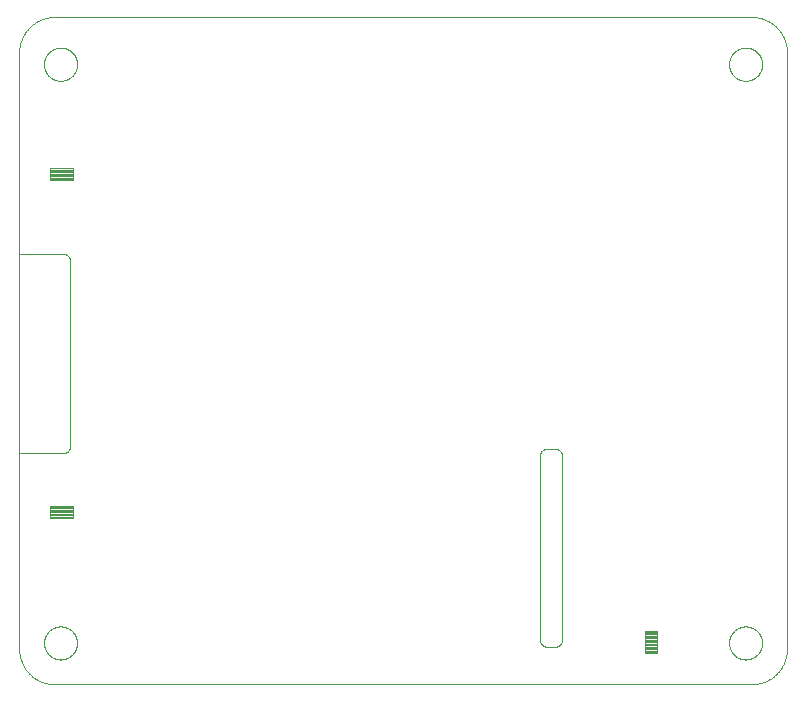
<source format=gbp>
G75*
%MOIN*%
%OFA0B0*%
%FSLAX25Y25*%
%IPPOS*%
%LPD*%
%AMOC8*
5,1,8,0,0,1.08239X$1,22.5*
%
%ADD10C,0.00000*%
%ADD11C,0.00450*%
D10*
X0067595Y0040744D02*
X0067595Y0239563D01*
X0067598Y0239848D01*
X0067609Y0240134D01*
X0067626Y0240419D01*
X0067650Y0240703D01*
X0067681Y0240987D01*
X0067719Y0241270D01*
X0067764Y0241551D01*
X0067815Y0241832D01*
X0067873Y0242112D01*
X0067938Y0242390D01*
X0068010Y0242666D01*
X0068088Y0242940D01*
X0068173Y0243213D01*
X0068265Y0243483D01*
X0068363Y0243751D01*
X0068467Y0244017D01*
X0068578Y0244280D01*
X0068695Y0244540D01*
X0068818Y0244798D01*
X0068948Y0245052D01*
X0069084Y0245303D01*
X0069225Y0245551D01*
X0069373Y0245795D01*
X0069526Y0246036D01*
X0069686Y0246272D01*
X0069851Y0246505D01*
X0070021Y0246734D01*
X0070197Y0246959D01*
X0070379Y0247179D01*
X0070565Y0247395D01*
X0070757Y0247606D01*
X0070954Y0247813D01*
X0071156Y0248015D01*
X0071363Y0248212D01*
X0071574Y0248404D01*
X0071790Y0248590D01*
X0072010Y0248772D01*
X0072235Y0248948D01*
X0072464Y0249118D01*
X0072697Y0249283D01*
X0072933Y0249443D01*
X0073174Y0249596D01*
X0073418Y0249744D01*
X0073666Y0249885D01*
X0073917Y0250021D01*
X0074171Y0250151D01*
X0074429Y0250274D01*
X0074689Y0250391D01*
X0074952Y0250502D01*
X0075218Y0250606D01*
X0075486Y0250704D01*
X0075756Y0250796D01*
X0076029Y0250881D01*
X0076303Y0250959D01*
X0076579Y0251031D01*
X0076857Y0251096D01*
X0077137Y0251154D01*
X0077418Y0251205D01*
X0077699Y0251250D01*
X0077982Y0251288D01*
X0078266Y0251319D01*
X0078550Y0251343D01*
X0078835Y0251360D01*
X0079121Y0251371D01*
X0079406Y0251374D01*
X0311690Y0251374D01*
X0311975Y0251371D01*
X0312261Y0251360D01*
X0312546Y0251343D01*
X0312830Y0251319D01*
X0313114Y0251288D01*
X0313397Y0251250D01*
X0313678Y0251205D01*
X0313959Y0251154D01*
X0314239Y0251096D01*
X0314517Y0251031D01*
X0314793Y0250959D01*
X0315067Y0250881D01*
X0315340Y0250796D01*
X0315610Y0250704D01*
X0315878Y0250606D01*
X0316144Y0250502D01*
X0316407Y0250391D01*
X0316667Y0250274D01*
X0316925Y0250151D01*
X0317179Y0250021D01*
X0317430Y0249885D01*
X0317678Y0249744D01*
X0317922Y0249596D01*
X0318163Y0249443D01*
X0318399Y0249283D01*
X0318632Y0249118D01*
X0318861Y0248948D01*
X0319086Y0248772D01*
X0319306Y0248590D01*
X0319522Y0248404D01*
X0319733Y0248212D01*
X0319940Y0248015D01*
X0320142Y0247813D01*
X0320339Y0247606D01*
X0320531Y0247395D01*
X0320717Y0247179D01*
X0320899Y0246959D01*
X0321075Y0246734D01*
X0321245Y0246505D01*
X0321410Y0246272D01*
X0321570Y0246036D01*
X0321723Y0245795D01*
X0321871Y0245551D01*
X0322012Y0245303D01*
X0322148Y0245052D01*
X0322278Y0244798D01*
X0322401Y0244540D01*
X0322518Y0244280D01*
X0322629Y0244017D01*
X0322733Y0243751D01*
X0322831Y0243483D01*
X0322923Y0243213D01*
X0323008Y0242940D01*
X0323086Y0242666D01*
X0323158Y0242390D01*
X0323223Y0242112D01*
X0323281Y0241832D01*
X0323332Y0241551D01*
X0323377Y0241270D01*
X0323415Y0240987D01*
X0323446Y0240703D01*
X0323470Y0240419D01*
X0323487Y0240134D01*
X0323498Y0239848D01*
X0323501Y0239563D01*
X0323501Y0040744D01*
X0323498Y0040459D01*
X0323487Y0040173D01*
X0323470Y0039888D01*
X0323446Y0039604D01*
X0323415Y0039320D01*
X0323377Y0039037D01*
X0323332Y0038756D01*
X0323281Y0038475D01*
X0323223Y0038195D01*
X0323158Y0037917D01*
X0323086Y0037641D01*
X0323008Y0037367D01*
X0322923Y0037094D01*
X0322831Y0036824D01*
X0322733Y0036556D01*
X0322629Y0036290D01*
X0322518Y0036027D01*
X0322401Y0035767D01*
X0322278Y0035509D01*
X0322148Y0035255D01*
X0322012Y0035004D01*
X0321871Y0034756D01*
X0321723Y0034512D01*
X0321570Y0034271D01*
X0321410Y0034035D01*
X0321245Y0033802D01*
X0321075Y0033573D01*
X0320899Y0033348D01*
X0320717Y0033128D01*
X0320531Y0032912D01*
X0320339Y0032701D01*
X0320142Y0032494D01*
X0319940Y0032292D01*
X0319733Y0032095D01*
X0319522Y0031903D01*
X0319306Y0031717D01*
X0319086Y0031535D01*
X0318861Y0031359D01*
X0318632Y0031189D01*
X0318399Y0031024D01*
X0318163Y0030864D01*
X0317922Y0030711D01*
X0317678Y0030563D01*
X0317430Y0030422D01*
X0317179Y0030286D01*
X0316925Y0030156D01*
X0316667Y0030033D01*
X0316407Y0029916D01*
X0316144Y0029805D01*
X0315878Y0029701D01*
X0315610Y0029603D01*
X0315340Y0029511D01*
X0315067Y0029426D01*
X0314793Y0029348D01*
X0314517Y0029276D01*
X0314239Y0029211D01*
X0313959Y0029153D01*
X0313678Y0029102D01*
X0313397Y0029057D01*
X0313114Y0029019D01*
X0312830Y0028988D01*
X0312546Y0028964D01*
X0312261Y0028947D01*
X0311975Y0028936D01*
X0311690Y0028933D01*
X0079406Y0028933D01*
X0079121Y0028936D01*
X0078835Y0028947D01*
X0078550Y0028964D01*
X0078266Y0028988D01*
X0077982Y0029019D01*
X0077699Y0029057D01*
X0077418Y0029102D01*
X0077137Y0029153D01*
X0076857Y0029211D01*
X0076579Y0029276D01*
X0076303Y0029348D01*
X0076029Y0029426D01*
X0075756Y0029511D01*
X0075486Y0029603D01*
X0075218Y0029701D01*
X0074952Y0029805D01*
X0074689Y0029916D01*
X0074429Y0030033D01*
X0074171Y0030156D01*
X0073917Y0030286D01*
X0073666Y0030422D01*
X0073418Y0030563D01*
X0073174Y0030711D01*
X0072933Y0030864D01*
X0072697Y0031024D01*
X0072464Y0031189D01*
X0072235Y0031359D01*
X0072010Y0031535D01*
X0071790Y0031717D01*
X0071574Y0031903D01*
X0071363Y0032095D01*
X0071156Y0032292D01*
X0070954Y0032494D01*
X0070757Y0032701D01*
X0070565Y0032912D01*
X0070379Y0033128D01*
X0070197Y0033348D01*
X0070021Y0033573D01*
X0069851Y0033802D01*
X0069686Y0034035D01*
X0069526Y0034271D01*
X0069373Y0034512D01*
X0069225Y0034756D01*
X0069084Y0035004D01*
X0068948Y0035255D01*
X0068818Y0035509D01*
X0068695Y0035767D01*
X0068578Y0036027D01*
X0068467Y0036290D01*
X0068363Y0036556D01*
X0068265Y0036824D01*
X0068173Y0037094D01*
X0068088Y0037367D01*
X0068010Y0037641D01*
X0067938Y0037917D01*
X0067873Y0038195D01*
X0067815Y0038475D01*
X0067764Y0038756D01*
X0067719Y0039037D01*
X0067681Y0039320D01*
X0067650Y0039604D01*
X0067626Y0039888D01*
X0067609Y0040173D01*
X0067598Y0040459D01*
X0067595Y0040744D01*
X0075863Y0042713D02*
X0075865Y0042861D01*
X0075871Y0043009D01*
X0075881Y0043157D01*
X0075895Y0043304D01*
X0075913Y0043451D01*
X0075934Y0043597D01*
X0075960Y0043743D01*
X0075990Y0043888D01*
X0076023Y0044032D01*
X0076061Y0044175D01*
X0076102Y0044317D01*
X0076147Y0044458D01*
X0076195Y0044598D01*
X0076248Y0044737D01*
X0076304Y0044874D01*
X0076364Y0045009D01*
X0076427Y0045143D01*
X0076494Y0045275D01*
X0076565Y0045405D01*
X0076639Y0045533D01*
X0076716Y0045659D01*
X0076797Y0045783D01*
X0076881Y0045905D01*
X0076968Y0046024D01*
X0077059Y0046141D01*
X0077153Y0046256D01*
X0077249Y0046368D01*
X0077349Y0046478D01*
X0077451Y0046584D01*
X0077557Y0046688D01*
X0077665Y0046789D01*
X0077776Y0046887D01*
X0077889Y0046983D01*
X0078005Y0047075D01*
X0078123Y0047164D01*
X0078244Y0047249D01*
X0078367Y0047332D01*
X0078492Y0047411D01*
X0078619Y0047487D01*
X0078748Y0047559D01*
X0078879Y0047628D01*
X0079012Y0047693D01*
X0079147Y0047754D01*
X0079283Y0047812D01*
X0079420Y0047867D01*
X0079559Y0047917D01*
X0079700Y0047964D01*
X0079841Y0048007D01*
X0079984Y0048047D01*
X0080128Y0048082D01*
X0080272Y0048114D01*
X0080418Y0048141D01*
X0080564Y0048165D01*
X0080711Y0048185D01*
X0080858Y0048201D01*
X0081005Y0048213D01*
X0081153Y0048221D01*
X0081301Y0048225D01*
X0081449Y0048225D01*
X0081597Y0048221D01*
X0081745Y0048213D01*
X0081892Y0048201D01*
X0082039Y0048185D01*
X0082186Y0048165D01*
X0082332Y0048141D01*
X0082478Y0048114D01*
X0082622Y0048082D01*
X0082766Y0048047D01*
X0082909Y0048007D01*
X0083050Y0047964D01*
X0083191Y0047917D01*
X0083330Y0047867D01*
X0083467Y0047812D01*
X0083603Y0047754D01*
X0083738Y0047693D01*
X0083871Y0047628D01*
X0084002Y0047559D01*
X0084131Y0047487D01*
X0084258Y0047411D01*
X0084383Y0047332D01*
X0084506Y0047249D01*
X0084627Y0047164D01*
X0084745Y0047075D01*
X0084861Y0046983D01*
X0084974Y0046887D01*
X0085085Y0046789D01*
X0085193Y0046688D01*
X0085299Y0046584D01*
X0085401Y0046478D01*
X0085501Y0046368D01*
X0085597Y0046256D01*
X0085691Y0046141D01*
X0085782Y0046024D01*
X0085869Y0045905D01*
X0085953Y0045783D01*
X0086034Y0045659D01*
X0086111Y0045533D01*
X0086185Y0045405D01*
X0086256Y0045275D01*
X0086323Y0045143D01*
X0086386Y0045009D01*
X0086446Y0044874D01*
X0086502Y0044737D01*
X0086555Y0044598D01*
X0086603Y0044458D01*
X0086648Y0044317D01*
X0086689Y0044175D01*
X0086727Y0044032D01*
X0086760Y0043888D01*
X0086790Y0043743D01*
X0086816Y0043597D01*
X0086837Y0043451D01*
X0086855Y0043304D01*
X0086869Y0043157D01*
X0086879Y0043009D01*
X0086885Y0042861D01*
X0086887Y0042713D01*
X0086885Y0042565D01*
X0086879Y0042417D01*
X0086869Y0042269D01*
X0086855Y0042122D01*
X0086837Y0041975D01*
X0086816Y0041829D01*
X0086790Y0041683D01*
X0086760Y0041538D01*
X0086727Y0041394D01*
X0086689Y0041251D01*
X0086648Y0041109D01*
X0086603Y0040968D01*
X0086555Y0040828D01*
X0086502Y0040689D01*
X0086446Y0040552D01*
X0086386Y0040417D01*
X0086323Y0040283D01*
X0086256Y0040151D01*
X0086185Y0040021D01*
X0086111Y0039893D01*
X0086034Y0039767D01*
X0085953Y0039643D01*
X0085869Y0039521D01*
X0085782Y0039402D01*
X0085691Y0039285D01*
X0085597Y0039170D01*
X0085501Y0039058D01*
X0085401Y0038948D01*
X0085299Y0038842D01*
X0085193Y0038738D01*
X0085085Y0038637D01*
X0084974Y0038539D01*
X0084861Y0038443D01*
X0084745Y0038351D01*
X0084627Y0038262D01*
X0084506Y0038177D01*
X0084383Y0038094D01*
X0084258Y0038015D01*
X0084131Y0037939D01*
X0084002Y0037867D01*
X0083871Y0037798D01*
X0083738Y0037733D01*
X0083603Y0037672D01*
X0083467Y0037614D01*
X0083330Y0037559D01*
X0083191Y0037509D01*
X0083050Y0037462D01*
X0082909Y0037419D01*
X0082766Y0037379D01*
X0082622Y0037344D01*
X0082478Y0037312D01*
X0082332Y0037285D01*
X0082186Y0037261D01*
X0082039Y0037241D01*
X0081892Y0037225D01*
X0081745Y0037213D01*
X0081597Y0037205D01*
X0081449Y0037201D01*
X0081301Y0037201D01*
X0081153Y0037205D01*
X0081005Y0037213D01*
X0080858Y0037225D01*
X0080711Y0037241D01*
X0080564Y0037261D01*
X0080418Y0037285D01*
X0080272Y0037312D01*
X0080128Y0037344D01*
X0079984Y0037379D01*
X0079841Y0037419D01*
X0079700Y0037462D01*
X0079559Y0037509D01*
X0079420Y0037559D01*
X0079283Y0037614D01*
X0079147Y0037672D01*
X0079012Y0037733D01*
X0078879Y0037798D01*
X0078748Y0037867D01*
X0078619Y0037939D01*
X0078492Y0038015D01*
X0078367Y0038094D01*
X0078244Y0038177D01*
X0078123Y0038262D01*
X0078005Y0038351D01*
X0077889Y0038443D01*
X0077776Y0038539D01*
X0077665Y0038637D01*
X0077557Y0038738D01*
X0077451Y0038842D01*
X0077349Y0038948D01*
X0077249Y0039058D01*
X0077153Y0039170D01*
X0077059Y0039285D01*
X0076968Y0039402D01*
X0076881Y0039521D01*
X0076797Y0039643D01*
X0076716Y0039767D01*
X0076639Y0039893D01*
X0076565Y0040021D01*
X0076494Y0040151D01*
X0076427Y0040283D01*
X0076364Y0040417D01*
X0076304Y0040552D01*
X0076248Y0040689D01*
X0076195Y0040828D01*
X0076147Y0040968D01*
X0076102Y0041109D01*
X0076061Y0041251D01*
X0076023Y0041394D01*
X0075990Y0041538D01*
X0075960Y0041683D01*
X0075934Y0041829D01*
X0075913Y0041975D01*
X0075895Y0042122D01*
X0075881Y0042269D01*
X0075871Y0042417D01*
X0075865Y0042565D01*
X0075863Y0042713D01*
X0082095Y0105933D02*
X0067595Y0105933D01*
X0067595Y0106433D01*
X0082095Y0105933D02*
X0082193Y0105935D01*
X0082291Y0105941D01*
X0082389Y0105950D01*
X0082486Y0105964D01*
X0082583Y0105981D01*
X0082679Y0106002D01*
X0082774Y0106027D01*
X0082868Y0106055D01*
X0082960Y0106088D01*
X0083052Y0106123D01*
X0083142Y0106163D01*
X0083230Y0106205D01*
X0083317Y0106252D01*
X0083401Y0106301D01*
X0083484Y0106354D01*
X0083564Y0106410D01*
X0083643Y0106470D01*
X0083719Y0106532D01*
X0083792Y0106597D01*
X0083863Y0106665D01*
X0083931Y0106736D01*
X0083996Y0106809D01*
X0084058Y0106885D01*
X0084118Y0106964D01*
X0084174Y0107044D01*
X0084227Y0107127D01*
X0084276Y0107211D01*
X0084323Y0107298D01*
X0084365Y0107386D01*
X0084405Y0107476D01*
X0084440Y0107568D01*
X0084473Y0107660D01*
X0084501Y0107754D01*
X0084526Y0107849D01*
X0084547Y0107945D01*
X0084564Y0108042D01*
X0084578Y0108139D01*
X0084587Y0108237D01*
X0084593Y0108335D01*
X0084595Y0108433D01*
X0084595Y0169933D01*
X0084593Y0170031D01*
X0084587Y0170129D01*
X0084578Y0170227D01*
X0084564Y0170324D01*
X0084547Y0170421D01*
X0084526Y0170517D01*
X0084501Y0170612D01*
X0084473Y0170706D01*
X0084440Y0170798D01*
X0084405Y0170890D01*
X0084365Y0170980D01*
X0084323Y0171068D01*
X0084276Y0171155D01*
X0084227Y0171239D01*
X0084174Y0171322D01*
X0084118Y0171402D01*
X0084058Y0171481D01*
X0083996Y0171557D01*
X0083931Y0171630D01*
X0083863Y0171701D01*
X0083792Y0171769D01*
X0083719Y0171834D01*
X0083643Y0171896D01*
X0083564Y0171956D01*
X0083484Y0172012D01*
X0083401Y0172065D01*
X0083317Y0172114D01*
X0083230Y0172161D01*
X0083142Y0172203D01*
X0083052Y0172243D01*
X0082960Y0172278D01*
X0082868Y0172311D01*
X0082774Y0172339D01*
X0082679Y0172364D01*
X0082583Y0172385D01*
X0082486Y0172402D01*
X0082389Y0172416D01*
X0082291Y0172425D01*
X0082193Y0172431D01*
X0082095Y0172433D01*
X0067595Y0172433D01*
X0075863Y0235626D02*
X0075865Y0235774D01*
X0075871Y0235922D01*
X0075881Y0236070D01*
X0075895Y0236217D01*
X0075913Y0236364D01*
X0075934Y0236510D01*
X0075960Y0236656D01*
X0075990Y0236801D01*
X0076023Y0236945D01*
X0076061Y0237088D01*
X0076102Y0237230D01*
X0076147Y0237371D01*
X0076195Y0237511D01*
X0076248Y0237650D01*
X0076304Y0237787D01*
X0076364Y0237922D01*
X0076427Y0238056D01*
X0076494Y0238188D01*
X0076565Y0238318D01*
X0076639Y0238446D01*
X0076716Y0238572D01*
X0076797Y0238696D01*
X0076881Y0238818D01*
X0076968Y0238937D01*
X0077059Y0239054D01*
X0077153Y0239169D01*
X0077249Y0239281D01*
X0077349Y0239391D01*
X0077451Y0239497D01*
X0077557Y0239601D01*
X0077665Y0239702D01*
X0077776Y0239800D01*
X0077889Y0239896D01*
X0078005Y0239988D01*
X0078123Y0240077D01*
X0078244Y0240162D01*
X0078367Y0240245D01*
X0078492Y0240324D01*
X0078619Y0240400D01*
X0078748Y0240472D01*
X0078879Y0240541D01*
X0079012Y0240606D01*
X0079147Y0240667D01*
X0079283Y0240725D01*
X0079420Y0240780D01*
X0079559Y0240830D01*
X0079700Y0240877D01*
X0079841Y0240920D01*
X0079984Y0240960D01*
X0080128Y0240995D01*
X0080272Y0241027D01*
X0080418Y0241054D01*
X0080564Y0241078D01*
X0080711Y0241098D01*
X0080858Y0241114D01*
X0081005Y0241126D01*
X0081153Y0241134D01*
X0081301Y0241138D01*
X0081449Y0241138D01*
X0081597Y0241134D01*
X0081745Y0241126D01*
X0081892Y0241114D01*
X0082039Y0241098D01*
X0082186Y0241078D01*
X0082332Y0241054D01*
X0082478Y0241027D01*
X0082622Y0240995D01*
X0082766Y0240960D01*
X0082909Y0240920D01*
X0083050Y0240877D01*
X0083191Y0240830D01*
X0083330Y0240780D01*
X0083467Y0240725D01*
X0083603Y0240667D01*
X0083738Y0240606D01*
X0083871Y0240541D01*
X0084002Y0240472D01*
X0084131Y0240400D01*
X0084258Y0240324D01*
X0084383Y0240245D01*
X0084506Y0240162D01*
X0084627Y0240077D01*
X0084745Y0239988D01*
X0084861Y0239896D01*
X0084974Y0239800D01*
X0085085Y0239702D01*
X0085193Y0239601D01*
X0085299Y0239497D01*
X0085401Y0239391D01*
X0085501Y0239281D01*
X0085597Y0239169D01*
X0085691Y0239054D01*
X0085782Y0238937D01*
X0085869Y0238818D01*
X0085953Y0238696D01*
X0086034Y0238572D01*
X0086111Y0238446D01*
X0086185Y0238318D01*
X0086256Y0238188D01*
X0086323Y0238056D01*
X0086386Y0237922D01*
X0086446Y0237787D01*
X0086502Y0237650D01*
X0086555Y0237511D01*
X0086603Y0237371D01*
X0086648Y0237230D01*
X0086689Y0237088D01*
X0086727Y0236945D01*
X0086760Y0236801D01*
X0086790Y0236656D01*
X0086816Y0236510D01*
X0086837Y0236364D01*
X0086855Y0236217D01*
X0086869Y0236070D01*
X0086879Y0235922D01*
X0086885Y0235774D01*
X0086887Y0235626D01*
X0086885Y0235478D01*
X0086879Y0235330D01*
X0086869Y0235182D01*
X0086855Y0235035D01*
X0086837Y0234888D01*
X0086816Y0234742D01*
X0086790Y0234596D01*
X0086760Y0234451D01*
X0086727Y0234307D01*
X0086689Y0234164D01*
X0086648Y0234022D01*
X0086603Y0233881D01*
X0086555Y0233741D01*
X0086502Y0233602D01*
X0086446Y0233465D01*
X0086386Y0233330D01*
X0086323Y0233196D01*
X0086256Y0233064D01*
X0086185Y0232934D01*
X0086111Y0232806D01*
X0086034Y0232680D01*
X0085953Y0232556D01*
X0085869Y0232434D01*
X0085782Y0232315D01*
X0085691Y0232198D01*
X0085597Y0232083D01*
X0085501Y0231971D01*
X0085401Y0231861D01*
X0085299Y0231755D01*
X0085193Y0231651D01*
X0085085Y0231550D01*
X0084974Y0231452D01*
X0084861Y0231356D01*
X0084745Y0231264D01*
X0084627Y0231175D01*
X0084506Y0231090D01*
X0084383Y0231007D01*
X0084258Y0230928D01*
X0084131Y0230852D01*
X0084002Y0230780D01*
X0083871Y0230711D01*
X0083738Y0230646D01*
X0083603Y0230585D01*
X0083467Y0230527D01*
X0083330Y0230472D01*
X0083191Y0230422D01*
X0083050Y0230375D01*
X0082909Y0230332D01*
X0082766Y0230292D01*
X0082622Y0230257D01*
X0082478Y0230225D01*
X0082332Y0230198D01*
X0082186Y0230174D01*
X0082039Y0230154D01*
X0081892Y0230138D01*
X0081745Y0230126D01*
X0081597Y0230118D01*
X0081449Y0230114D01*
X0081301Y0230114D01*
X0081153Y0230118D01*
X0081005Y0230126D01*
X0080858Y0230138D01*
X0080711Y0230154D01*
X0080564Y0230174D01*
X0080418Y0230198D01*
X0080272Y0230225D01*
X0080128Y0230257D01*
X0079984Y0230292D01*
X0079841Y0230332D01*
X0079700Y0230375D01*
X0079559Y0230422D01*
X0079420Y0230472D01*
X0079283Y0230527D01*
X0079147Y0230585D01*
X0079012Y0230646D01*
X0078879Y0230711D01*
X0078748Y0230780D01*
X0078619Y0230852D01*
X0078492Y0230928D01*
X0078367Y0231007D01*
X0078244Y0231090D01*
X0078123Y0231175D01*
X0078005Y0231264D01*
X0077889Y0231356D01*
X0077776Y0231452D01*
X0077665Y0231550D01*
X0077557Y0231651D01*
X0077451Y0231755D01*
X0077349Y0231861D01*
X0077249Y0231971D01*
X0077153Y0232083D01*
X0077059Y0232198D01*
X0076968Y0232315D01*
X0076881Y0232434D01*
X0076797Y0232556D01*
X0076716Y0232680D01*
X0076639Y0232806D01*
X0076565Y0232934D01*
X0076494Y0233064D01*
X0076427Y0233196D01*
X0076364Y0233330D01*
X0076304Y0233465D01*
X0076248Y0233602D01*
X0076195Y0233741D01*
X0076147Y0233881D01*
X0076102Y0234022D01*
X0076061Y0234164D01*
X0076023Y0234307D01*
X0075990Y0234451D01*
X0075960Y0234596D01*
X0075934Y0234742D01*
X0075913Y0234888D01*
X0075895Y0235035D01*
X0075881Y0235182D01*
X0075871Y0235330D01*
X0075865Y0235478D01*
X0075863Y0235626D01*
X0241095Y0104933D02*
X0241095Y0043933D01*
X0241097Y0043835D01*
X0241103Y0043737D01*
X0241112Y0043639D01*
X0241126Y0043542D01*
X0241143Y0043445D01*
X0241164Y0043349D01*
X0241189Y0043254D01*
X0241217Y0043160D01*
X0241250Y0043068D01*
X0241285Y0042976D01*
X0241325Y0042886D01*
X0241367Y0042798D01*
X0241414Y0042711D01*
X0241463Y0042627D01*
X0241516Y0042544D01*
X0241572Y0042464D01*
X0241632Y0042385D01*
X0241694Y0042309D01*
X0241759Y0042236D01*
X0241827Y0042165D01*
X0241898Y0042097D01*
X0241971Y0042032D01*
X0242047Y0041970D01*
X0242126Y0041910D01*
X0242206Y0041854D01*
X0242289Y0041801D01*
X0242373Y0041752D01*
X0242460Y0041705D01*
X0242548Y0041663D01*
X0242638Y0041623D01*
X0242730Y0041588D01*
X0242822Y0041555D01*
X0242916Y0041527D01*
X0243011Y0041502D01*
X0243107Y0041481D01*
X0243204Y0041464D01*
X0243301Y0041450D01*
X0243399Y0041441D01*
X0243497Y0041435D01*
X0243595Y0041433D01*
X0246095Y0041433D01*
X0246193Y0041435D01*
X0246291Y0041441D01*
X0246389Y0041450D01*
X0246486Y0041464D01*
X0246583Y0041481D01*
X0246679Y0041502D01*
X0246774Y0041527D01*
X0246868Y0041555D01*
X0246960Y0041588D01*
X0247052Y0041623D01*
X0247142Y0041663D01*
X0247230Y0041705D01*
X0247317Y0041752D01*
X0247401Y0041801D01*
X0247484Y0041854D01*
X0247564Y0041910D01*
X0247643Y0041970D01*
X0247719Y0042032D01*
X0247792Y0042097D01*
X0247863Y0042165D01*
X0247931Y0042236D01*
X0247996Y0042309D01*
X0248058Y0042385D01*
X0248118Y0042464D01*
X0248174Y0042544D01*
X0248227Y0042627D01*
X0248276Y0042711D01*
X0248323Y0042798D01*
X0248365Y0042886D01*
X0248405Y0042976D01*
X0248440Y0043068D01*
X0248473Y0043160D01*
X0248501Y0043254D01*
X0248526Y0043349D01*
X0248547Y0043445D01*
X0248564Y0043542D01*
X0248578Y0043639D01*
X0248587Y0043737D01*
X0248593Y0043835D01*
X0248595Y0043933D01*
X0248595Y0104933D01*
X0248593Y0105031D01*
X0248587Y0105129D01*
X0248578Y0105227D01*
X0248564Y0105324D01*
X0248547Y0105421D01*
X0248526Y0105517D01*
X0248501Y0105612D01*
X0248473Y0105706D01*
X0248440Y0105798D01*
X0248405Y0105890D01*
X0248365Y0105980D01*
X0248323Y0106068D01*
X0248276Y0106155D01*
X0248227Y0106239D01*
X0248174Y0106322D01*
X0248118Y0106402D01*
X0248058Y0106481D01*
X0247996Y0106557D01*
X0247931Y0106630D01*
X0247863Y0106701D01*
X0247792Y0106769D01*
X0247719Y0106834D01*
X0247643Y0106896D01*
X0247564Y0106956D01*
X0247484Y0107012D01*
X0247401Y0107065D01*
X0247317Y0107114D01*
X0247230Y0107161D01*
X0247142Y0107203D01*
X0247052Y0107243D01*
X0246960Y0107278D01*
X0246868Y0107311D01*
X0246774Y0107339D01*
X0246679Y0107364D01*
X0246583Y0107385D01*
X0246486Y0107402D01*
X0246389Y0107416D01*
X0246291Y0107425D01*
X0246193Y0107431D01*
X0246095Y0107433D01*
X0243595Y0107433D01*
X0243497Y0107431D01*
X0243399Y0107425D01*
X0243301Y0107416D01*
X0243204Y0107402D01*
X0243107Y0107385D01*
X0243011Y0107364D01*
X0242916Y0107339D01*
X0242822Y0107311D01*
X0242730Y0107278D01*
X0242638Y0107243D01*
X0242548Y0107203D01*
X0242460Y0107161D01*
X0242373Y0107114D01*
X0242289Y0107065D01*
X0242206Y0107012D01*
X0242126Y0106956D01*
X0242047Y0106896D01*
X0241971Y0106834D01*
X0241898Y0106769D01*
X0241827Y0106701D01*
X0241759Y0106630D01*
X0241694Y0106557D01*
X0241632Y0106481D01*
X0241572Y0106402D01*
X0241516Y0106322D01*
X0241463Y0106239D01*
X0241414Y0106155D01*
X0241367Y0106068D01*
X0241325Y0105980D01*
X0241285Y0105890D01*
X0241250Y0105798D01*
X0241217Y0105706D01*
X0241189Y0105612D01*
X0241164Y0105517D01*
X0241143Y0105421D01*
X0241126Y0105324D01*
X0241112Y0105227D01*
X0241103Y0105129D01*
X0241097Y0105031D01*
X0241095Y0104933D01*
X0304209Y0042713D02*
X0304211Y0042861D01*
X0304217Y0043009D01*
X0304227Y0043157D01*
X0304241Y0043304D01*
X0304259Y0043451D01*
X0304280Y0043597D01*
X0304306Y0043743D01*
X0304336Y0043888D01*
X0304369Y0044032D01*
X0304407Y0044175D01*
X0304448Y0044317D01*
X0304493Y0044458D01*
X0304541Y0044598D01*
X0304594Y0044737D01*
X0304650Y0044874D01*
X0304710Y0045009D01*
X0304773Y0045143D01*
X0304840Y0045275D01*
X0304911Y0045405D01*
X0304985Y0045533D01*
X0305062Y0045659D01*
X0305143Y0045783D01*
X0305227Y0045905D01*
X0305314Y0046024D01*
X0305405Y0046141D01*
X0305499Y0046256D01*
X0305595Y0046368D01*
X0305695Y0046478D01*
X0305797Y0046584D01*
X0305903Y0046688D01*
X0306011Y0046789D01*
X0306122Y0046887D01*
X0306235Y0046983D01*
X0306351Y0047075D01*
X0306469Y0047164D01*
X0306590Y0047249D01*
X0306713Y0047332D01*
X0306838Y0047411D01*
X0306965Y0047487D01*
X0307094Y0047559D01*
X0307225Y0047628D01*
X0307358Y0047693D01*
X0307493Y0047754D01*
X0307629Y0047812D01*
X0307766Y0047867D01*
X0307905Y0047917D01*
X0308046Y0047964D01*
X0308187Y0048007D01*
X0308330Y0048047D01*
X0308474Y0048082D01*
X0308618Y0048114D01*
X0308764Y0048141D01*
X0308910Y0048165D01*
X0309057Y0048185D01*
X0309204Y0048201D01*
X0309351Y0048213D01*
X0309499Y0048221D01*
X0309647Y0048225D01*
X0309795Y0048225D01*
X0309943Y0048221D01*
X0310091Y0048213D01*
X0310238Y0048201D01*
X0310385Y0048185D01*
X0310532Y0048165D01*
X0310678Y0048141D01*
X0310824Y0048114D01*
X0310968Y0048082D01*
X0311112Y0048047D01*
X0311255Y0048007D01*
X0311396Y0047964D01*
X0311537Y0047917D01*
X0311676Y0047867D01*
X0311813Y0047812D01*
X0311949Y0047754D01*
X0312084Y0047693D01*
X0312217Y0047628D01*
X0312348Y0047559D01*
X0312477Y0047487D01*
X0312604Y0047411D01*
X0312729Y0047332D01*
X0312852Y0047249D01*
X0312973Y0047164D01*
X0313091Y0047075D01*
X0313207Y0046983D01*
X0313320Y0046887D01*
X0313431Y0046789D01*
X0313539Y0046688D01*
X0313645Y0046584D01*
X0313747Y0046478D01*
X0313847Y0046368D01*
X0313943Y0046256D01*
X0314037Y0046141D01*
X0314128Y0046024D01*
X0314215Y0045905D01*
X0314299Y0045783D01*
X0314380Y0045659D01*
X0314457Y0045533D01*
X0314531Y0045405D01*
X0314602Y0045275D01*
X0314669Y0045143D01*
X0314732Y0045009D01*
X0314792Y0044874D01*
X0314848Y0044737D01*
X0314901Y0044598D01*
X0314949Y0044458D01*
X0314994Y0044317D01*
X0315035Y0044175D01*
X0315073Y0044032D01*
X0315106Y0043888D01*
X0315136Y0043743D01*
X0315162Y0043597D01*
X0315183Y0043451D01*
X0315201Y0043304D01*
X0315215Y0043157D01*
X0315225Y0043009D01*
X0315231Y0042861D01*
X0315233Y0042713D01*
X0315231Y0042565D01*
X0315225Y0042417D01*
X0315215Y0042269D01*
X0315201Y0042122D01*
X0315183Y0041975D01*
X0315162Y0041829D01*
X0315136Y0041683D01*
X0315106Y0041538D01*
X0315073Y0041394D01*
X0315035Y0041251D01*
X0314994Y0041109D01*
X0314949Y0040968D01*
X0314901Y0040828D01*
X0314848Y0040689D01*
X0314792Y0040552D01*
X0314732Y0040417D01*
X0314669Y0040283D01*
X0314602Y0040151D01*
X0314531Y0040021D01*
X0314457Y0039893D01*
X0314380Y0039767D01*
X0314299Y0039643D01*
X0314215Y0039521D01*
X0314128Y0039402D01*
X0314037Y0039285D01*
X0313943Y0039170D01*
X0313847Y0039058D01*
X0313747Y0038948D01*
X0313645Y0038842D01*
X0313539Y0038738D01*
X0313431Y0038637D01*
X0313320Y0038539D01*
X0313207Y0038443D01*
X0313091Y0038351D01*
X0312973Y0038262D01*
X0312852Y0038177D01*
X0312729Y0038094D01*
X0312604Y0038015D01*
X0312477Y0037939D01*
X0312348Y0037867D01*
X0312217Y0037798D01*
X0312084Y0037733D01*
X0311949Y0037672D01*
X0311813Y0037614D01*
X0311676Y0037559D01*
X0311537Y0037509D01*
X0311396Y0037462D01*
X0311255Y0037419D01*
X0311112Y0037379D01*
X0310968Y0037344D01*
X0310824Y0037312D01*
X0310678Y0037285D01*
X0310532Y0037261D01*
X0310385Y0037241D01*
X0310238Y0037225D01*
X0310091Y0037213D01*
X0309943Y0037205D01*
X0309795Y0037201D01*
X0309647Y0037201D01*
X0309499Y0037205D01*
X0309351Y0037213D01*
X0309204Y0037225D01*
X0309057Y0037241D01*
X0308910Y0037261D01*
X0308764Y0037285D01*
X0308618Y0037312D01*
X0308474Y0037344D01*
X0308330Y0037379D01*
X0308187Y0037419D01*
X0308046Y0037462D01*
X0307905Y0037509D01*
X0307766Y0037559D01*
X0307629Y0037614D01*
X0307493Y0037672D01*
X0307358Y0037733D01*
X0307225Y0037798D01*
X0307094Y0037867D01*
X0306965Y0037939D01*
X0306838Y0038015D01*
X0306713Y0038094D01*
X0306590Y0038177D01*
X0306469Y0038262D01*
X0306351Y0038351D01*
X0306235Y0038443D01*
X0306122Y0038539D01*
X0306011Y0038637D01*
X0305903Y0038738D01*
X0305797Y0038842D01*
X0305695Y0038948D01*
X0305595Y0039058D01*
X0305499Y0039170D01*
X0305405Y0039285D01*
X0305314Y0039402D01*
X0305227Y0039521D01*
X0305143Y0039643D01*
X0305062Y0039767D01*
X0304985Y0039893D01*
X0304911Y0040021D01*
X0304840Y0040151D01*
X0304773Y0040283D01*
X0304710Y0040417D01*
X0304650Y0040552D01*
X0304594Y0040689D01*
X0304541Y0040828D01*
X0304493Y0040968D01*
X0304448Y0041109D01*
X0304407Y0041251D01*
X0304369Y0041394D01*
X0304336Y0041538D01*
X0304306Y0041683D01*
X0304280Y0041829D01*
X0304259Y0041975D01*
X0304241Y0042122D01*
X0304227Y0042269D01*
X0304217Y0042417D01*
X0304211Y0042565D01*
X0304209Y0042713D01*
X0304209Y0235626D02*
X0304211Y0235774D01*
X0304217Y0235922D01*
X0304227Y0236070D01*
X0304241Y0236217D01*
X0304259Y0236364D01*
X0304280Y0236510D01*
X0304306Y0236656D01*
X0304336Y0236801D01*
X0304369Y0236945D01*
X0304407Y0237088D01*
X0304448Y0237230D01*
X0304493Y0237371D01*
X0304541Y0237511D01*
X0304594Y0237650D01*
X0304650Y0237787D01*
X0304710Y0237922D01*
X0304773Y0238056D01*
X0304840Y0238188D01*
X0304911Y0238318D01*
X0304985Y0238446D01*
X0305062Y0238572D01*
X0305143Y0238696D01*
X0305227Y0238818D01*
X0305314Y0238937D01*
X0305405Y0239054D01*
X0305499Y0239169D01*
X0305595Y0239281D01*
X0305695Y0239391D01*
X0305797Y0239497D01*
X0305903Y0239601D01*
X0306011Y0239702D01*
X0306122Y0239800D01*
X0306235Y0239896D01*
X0306351Y0239988D01*
X0306469Y0240077D01*
X0306590Y0240162D01*
X0306713Y0240245D01*
X0306838Y0240324D01*
X0306965Y0240400D01*
X0307094Y0240472D01*
X0307225Y0240541D01*
X0307358Y0240606D01*
X0307493Y0240667D01*
X0307629Y0240725D01*
X0307766Y0240780D01*
X0307905Y0240830D01*
X0308046Y0240877D01*
X0308187Y0240920D01*
X0308330Y0240960D01*
X0308474Y0240995D01*
X0308618Y0241027D01*
X0308764Y0241054D01*
X0308910Y0241078D01*
X0309057Y0241098D01*
X0309204Y0241114D01*
X0309351Y0241126D01*
X0309499Y0241134D01*
X0309647Y0241138D01*
X0309795Y0241138D01*
X0309943Y0241134D01*
X0310091Y0241126D01*
X0310238Y0241114D01*
X0310385Y0241098D01*
X0310532Y0241078D01*
X0310678Y0241054D01*
X0310824Y0241027D01*
X0310968Y0240995D01*
X0311112Y0240960D01*
X0311255Y0240920D01*
X0311396Y0240877D01*
X0311537Y0240830D01*
X0311676Y0240780D01*
X0311813Y0240725D01*
X0311949Y0240667D01*
X0312084Y0240606D01*
X0312217Y0240541D01*
X0312348Y0240472D01*
X0312477Y0240400D01*
X0312604Y0240324D01*
X0312729Y0240245D01*
X0312852Y0240162D01*
X0312973Y0240077D01*
X0313091Y0239988D01*
X0313207Y0239896D01*
X0313320Y0239800D01*
X0313431Y0239702D01*
X0313539Y0239601D01*
X0313645Y0239497D01*
X0313747Y0239391D01*
X0313847Y0239281D01*
X0313943Y0239169D01*
X0314037Y0239054D01*
X0314128Y0238937D01*
X0314215Y0238818D01*
X0314299Y0238696D01*
X0314380Y0238572D01*
X0314457Y0238446D01*
X0314531Y0238318D01*
X0314602Y0238188D01*
X0314669Y0238056D01*
X0314732Y0237922D01*
X0314792Y0237787D01*
X0314848Y0237650D01*
X0314901Y0237511D01*
X0314949Y0237371D01*
X0314994Y0237230D01*
X0315035Y0237088D01*
X0315073Y0236945D01*
X0315106Y0236801D01*
X0315136Y0236656D01*
X0315162Y0236510D01*
X0315183Y0236364D01*
X0315201Y0236217D01*
X0315215Y0236070D01*
X0315225Y0235922D01*
X0315231Y0235774D01*
X0315233Y0235626D01*
X0315231Y0235478D01*
X0315225Y0235330D01*
X0315215Y0235182D01*
X0315201Y0235035D01*
X0315183Y0234888D01*
X0315162Y0234742D01*
X0315136Y0234596D01*
X0315106Y0234451D01*
X0315073Y0234307D01*
X0315035Y0234164D01*
X0314994Y0234022D01*
X0314949Y0233881D01*
X0314901Y0233741D01*
X0314848Y0233602D01*
X0314792Y0233465D01*
X0314732Y0233330D01*
X0314669Y0233196D01*
X0314602Y0233064D01*
X0314531Y0232934D01*
X0314457Y0232806D01*
X0314380Y0232680D01*
X0314299Y0232556D01*
X0314215Y0232434D01*
X0314128Y0232315D01*
X0314037Y0232198D01*
X0313943Y0232083D01*
X0313847Y0231971D01*
X0313747Y0231861D01*
X0313645Y0231755D01*
X0313539Y0231651D01*
X0313431Y0231550D01*
X0313320Y0231452D01*
X0313207Y0231356D01*
X0313091Y0231264D01*
X0312973Y0231175D01*
X0312852Y0231090D01*
X0312729Y0231007D01*
X0312604Y0230928D01*
X0312477Y0230852D01*
X0312348Y0230780D01*
X0312217Y0230711D01*
X0312084Y0230646D01*
X0311949Y0230585D01*
X0311813Y0230527D01*
X0311676Y0230472D01*
X0311537Y0230422D01*
X0311396Y0230375D01*
X0311255Y0230332D01*
X0311112Y0230292D01*
X0310968Y0230257D01*
X0310824Y0230225D01*
X0310678Y0230198D01*
X0310532Y0230174D01*
X0310385Y0230154D01*
X0310238Y0230138D01*
X0310091Y0230126D01*
X0309943Y0230118D01*
X0309795Y0230114D01*
X0309647Y0230114D01*
X0309499Y0230118D01*
X0309351Y0230126D01*
X0309204Y0230138D01*
X0309057Y0230154D01*
X0308910Y0230174D01*
X0308764Y0230198D01*
X0308618Y0230225D01*
X0308474Y0230257D01*
X0308330Y0230292D01*
X0308187Y0230332D01*
X0308046Y0230375D01*
X0307905Y0230422D01*
X0307766Y0230472D01*
X0307629Y0230527D01*
X0307493Y0230585D01*
X0307358Y0230646D01*
X0307225Y0230711D01*
X0307094Y0230780D01*
X0306965Y0230852D01*
X0306838Y0230928D01*
X0306713Y0231007D01*
X0306590Y0231090D01*
X0306469Y0231175D01*
X0306351Y0231264D01*
X0306235Y0231356D01*
X0306122Y0231452D01*
X0306011Y0231550D01*
X0305903Y0231651D01*
X0305797Y0231755D01*
X0305695Y0231861D01*
X0305595Y0231971D01*
X0305499Y0232083D01*
X0305405Y0232198D01*
X0305314Y0232315D01*
X0305227Y0232434D01*
X0305143Y0232556D01*
X0305062Y0232680D01*
X0304985Y0232806D01*
X0304911Y0232934D01*
X0304840Y0233064D01*
X0304773Y0233196D01*
X0304710Y0233330D01*
X0304650Y0233465D01*
X0304594Y0233602D01*
X0304541Y0233741D01*
X0304493Y0233881D01*
X0304448Y0234022D01*
X0304407Y0234164D01*
X0304369Y0234307D01*
X0304336Y0234451D01*
X0304306Y0234596D01*
X0304280Y0234742D01*
X0304259Y0234888D01*
X0304241Y0235035D01*
X0304227Y0235182D01*
X0304217Y0235330D01*
X0304211Y0235478D01*
X0304209Y0235626D01*
D11*
X0085499Y0200958D02*
X0077949Y0200958D01*
X0085499Y0200958D02*
X0085499Y0196908D01*
X0077949Y0196908D01*
X0077949Y0200958D01*
X0077949Y0197357D02*
X0085499Y0197357D01*
X0085499Y0197806D02*
X0077949Y0197806D01*
X0077949Y0198255D02*
X0085499Y0198255D01*
X0085499Y0198704D02*
X0077949Y0198704D01*
X0077949Y0199153D02*
X0085499Y0199153D01*
X0085499Y0199602D02*
X0077949Y0199602D01*
X0077949Y0200051D02*
X0085499Y0200051D01*
X0085499Y0200500D02*
X0077949Y0200500D01*
X0077949Y0200949D02*
X0085499Y0200949D01*
X0085499Y0088458D02*
X0077949Y0088458D01*
X0085499Y0088458D02*
X0085499Y0084408D01*
X0077949Y0084408D01*
X0077949Y0088458D01*
X0077949Y0084857D02*
X0085499Y0084857D01*
X0085499Y0085306D02*
X0077949Y0085306D01*
X0077949Y0085755D02*
X0085499Y0085755D01*
X0085499Y0086204D02*
X0077949Y0086204D01*
X0077949Y0086653D02*
X0085499Y0086653D01*
X0085499Y0087102D02*
X0077949Y0087102D01*
X0077949Y0087551D02*
X0085499Y0087551D01*
X0085499Y0088000D02*
X0077949Y0088000D01*
X0077949Y0088449D02*
X0085499Y0088449D01*
X0276070Y0046837D02*
X0276070Y0039287D01*
X0276070Y0046837D02*
X0280120Y0046837D01*
X0280120Y0039287D01*
X0276070Y0039287D01*
X0276070Y0039736D02*
X0280120Y0039736D01*
X0280120Y0040185D02*
X0276070Y0040185D01*
X0276070Y0040634D02*
X0280120Y0040634D01*
X0280120Y0041083D02*
X0276070Y0041083D01*
X0276070Y0041532D02*
X0280120Y0041532D01*
X0280120Y0041981D02*
X0276070Y0041981D01*
X0276070Y0042430D02*
X0280120Y0042430D01*
X0280120Y0042879D02*
X0276070Y0042879D01*
X0276070Y0043328D02*
X0280120Y0043328D01*
X0280120Y0043777D02*
X0276070Y0043777D01*
X0276070Y0044226D02*
X0280120Y0044226D01*
X0280120Y0044675D02*
X0276070Y0044675D01*
X0276070Y0045124D02*
X0280120Y0045124D01*
X0280120Y0045573D02*
X0276070Y0045573D01*
X0276070Y0046022D02*
X0280120Y0046022D01*
X0280120Y0046471D02*
X0276070Y0046471D01*
M02*

</source>
